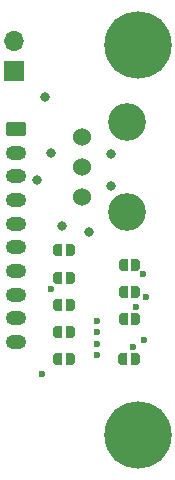
<source format=gbr>
%TF.GenerationSoftware,KiCad,Pcbnew,(6.0.1)*%
%TF.CreationDate,2022-07-06T13:38:45-07:00*%
%TF.ProjectId,mu100-dit,6d753130-302d-4646-9974-2e6b69636164,rev?*%
%TF.SameCoordinates,PX4a25ef0PY4c3f880*%
%TF.FileFunction,Soldermask,Bot*%
%TF.FilePolarity,Negative*%
%FSLAX46Y46*%
G04 Gerber Fmt 4.6, Leading zero omitted, Abs format (unit mm)*
G04 Created by KiCad (PCBNEW (6.0.1)) date 2022-07-06 13:38:45*
%MOMM*%
%LPD*%
G01*
G04 APERTURE LIST*
G04 Aperture macros list*
%AMRoundRect*
0 Rectangle with rounded corners*
0 $1 Rounding radius*
0 $2 $3 $4 $5 $6 $7 $8 $9 X,Y pos of 4 corners*
0 Add a 4 corners polygon primitive as box body*
4,1,4,$2,$3,$4,$5,$6,$7,$8,$9,$2,$3,0*
0 Add four circle primitives for the rounded corners*
1,1,$1+$1,$2,$3*
1,1,$1+$1,$4,$5*
1,1,$1+$1,$6,$7*
1,1,$1+$1,$8,$9*
0 Add four rect primitives between the rounded corners*
20,1,$1+$1,$2,$3,$4,$5,0*
20,1,$1+$1,$4,$5,$6,$7,0*
20,1,$1+$1,$6,$7,$8,$9,0*
20,1,$1+$1,$8,$9,$2,$3,0*%
%AMFreePoly0*
4,1,13,0.500000,-0.500000,0.000000,-0.500000,-0.095671,-0.480970,-0.176777,-0.426777,-0.230970,-0.345671,-0.250000,-0.250000,-0.250000,0.250000,-0.230970,0.345671,-0.176777,0.426777,-0.095671,0.480970,0.000000,0.500000,0.500000,0.500000,0.500000,-0.500000,0.500000,-0.500000,$1*%
G04 Aperture macros list end*
%ADD10RoundRect,0.250000X-0.625000X0.350000X-0.625000X-0.350000X0.625000X-0.350000X0.625000X0.350000X0*%
%ADD11O,1.750000X1.200000*%
%ADD12C,5.700000*%
%ADD13C,3.600000*%
%ADD14C,3.200000*%
%ADD15C,1.524000*%
%ADD16R,1.700000X1.700000*%
%ADD17O,1.700000X1.700000*%
%ADD18FreePoly0,0.000000*%
%ADD19FreePoly0,180.000000*%
%ADD20C,0.800000*%
%ADD21C,0.600000*%
G04 APERTURE END LIST*
D10*
%TO.C,J1*%
X81030000Y-90572000D03*
D11*
X81030000Y-92572000D03*
X81030000Y-94572000D03*
X81030000Y-96572000D03*
X81030000Y-98572000D03*
X81030000Y-100572000D03*
X81030000Y-102572000D03*
X81030000Y-104572000D03*
X81030000Y-106572000D03*
X81030000Y-108572000D03*
%TD*%
D12*
%TO.C,H1*%
X91350000Y-83452000D03*
D13*
X91350000Y-83452000D03*
%TD*%
D14*
%TO.C,U1*%
X90430000Y-89992000D03*
X90430000Y-97612000D03*
D15*
X86620000Y-91262000D03*
X86620000Y-93802000D03*
X86620000Y-96342000D03*
%TD*%
D12*
%TO.C,H2*%
X91350000Y-116452000D03*
D13*
X91350000Y-116452000D03*
%TD*%
D16*
%TO.C,J2*%
X80910000Y-85675000D03*
D17*
X80910000Y-83135000D03*
%TD*%
D18*
%TO.C,JP3*%
X84460000Y-105442000D03*
D19*
X85760000Y-105442000D03*
%TD*%
D18*
%TO.C,JP9*%
X84460000Y-110032000D03*
D19*
X85760000Y-110032000D03*
%TD*%
D18*
%TO.C,JP2*%
X84460000Y-103147000D03*
D19*
X85760000Y-103147000D03*
%TD*%
D18*
%TO.C,JP7*%
X90030000Y-102067000D03*
D19*
X91330000Y-102067000D03*
%TD*%
D18*
%TO.C,JP1*%
X84460000Y-100822000D03*
D19*
X85760000Y-100822000D03*
%TD*%
D18*
%TO.C,JP6*%
X90030000Y-104362000D03*
D19*
X91330000Y-104362000D03*
%TD*%
D18*
%TO.C,JP8*%
X89980000Y-110032000D03*
D19*
X91280000Y-110032000D03*
%TD*%
D18*
%TO.C,JP5*%
X90030000Y-106657000D03*
D19*
X91330000Y-106657000D03*
%TD*%
D18*
%TO.C,JP4*%
X84460000Y-107737000D03*
D19*
X85760000Y-107737000D03*
%TD*%
D20*
X83550000Y-87826000D03*
X87200000Y-99282000D03*
X82850000Y-94882000D03*
X84060000Y-92542000D03*
X89070000Y-95352000D03*
X84970000Y-98752000D03*
X89130000Y-92702000D03*
D21*
X83260000Y-111322000D03*
X84016400Y-104137200D03*
X87889978Y-106829600D03*
X87877200Y-107744000D03*
X87885439Y-108751761D03*
X87877200Y-109674400D03*
X91230000Y-105585000D03*
X92037242Y-104738927D03*
X91839600Y-102841800D03*
X90925200Y-109003500D03*
X91915800Y-108379000D03*
M02*

</source>
